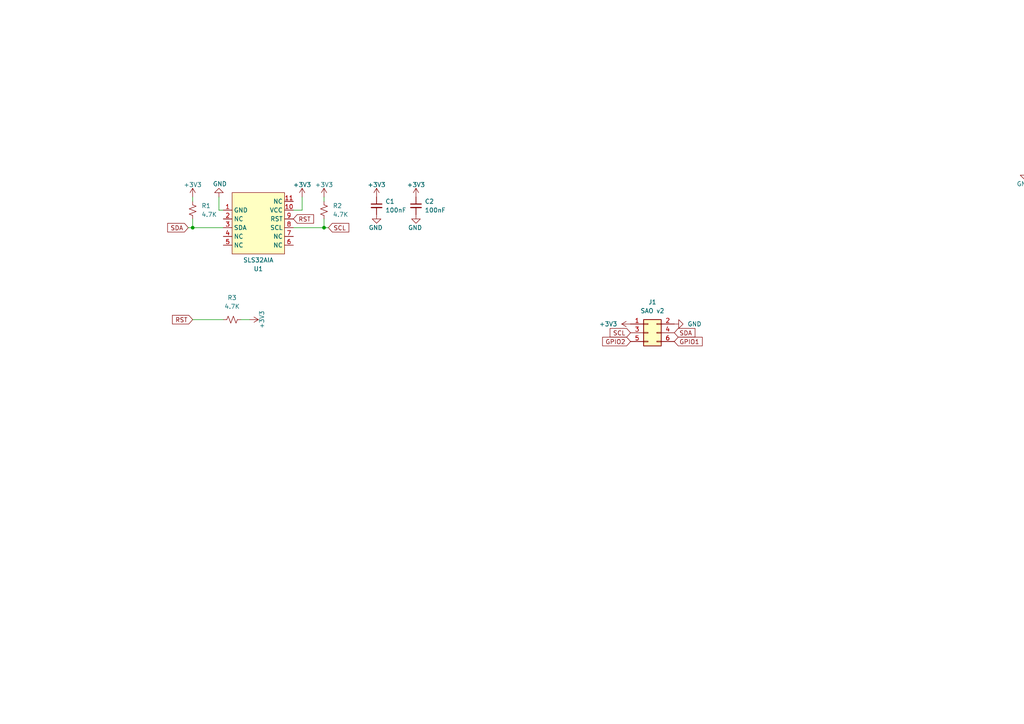
<source format=kicad_sch>
(kicad_sch (version 20250114) (generator "eeschema") (generator_version "9.0")
  (paper "A4")
  (lib_symbols
    (symbol "Connector_Generic:Conn_02x03_Odd_Even" (pin_names (offset 1.016) (hide yes))
      (property "Reference" "J" (at 1.27 5.08 0))
      (property "Value" "Conn_02x03_Odd_Even" (at 1.27 -5.08 0))
      (symbol "Conn_02x03_Odd_Even_1_1"
        (rectangle (start -1.27 3.81) (end 3.81 -3.81) (stroke (width 0.254)) (fill (type background)))
        (rectangle (start -1.27 2.667) (end 0 2.413) (stroke (width 0.1524)))
        (rectangle (start -1.27 0.127) (end 0 -0.127) (stroke (width 0.1524)))
        (rectangle (start -1.27 -2.413) (end 0 -2.667) (stroke (width 0.1524)))
        (rectangle (start 3.81 2.667) (end 2.54 2.413) (stroke (width 0.1524)))
        (rectangle (start 3.81 0.127) (end 2.54 -0.127) (stroke (width 0.1524)))
        (rectangle (start 3.81 -2.413) (end 2.54 -2.667) (stroke (width 0.1524)))
        (pin passive line (at -5.08 2.54 0) (length 3.81) (name "Pin_1") (number "1"))
        (pin passive line (at -5.08 0 0) (length 3.81) (name "Pin_3") (number "3"))
        (pin passive line (at -5.08 -2.54 0) (length 3.81) (name "Pin_5") (number "5"))
        (pin passive line (at 7.62 2.54 180) (length 3.81) (name "Pin_2") (number "2"))
        (pin passive line (at 7.62 0 180) (length 3.81) (name "Pin_4") (number "4"))
        (pin passive line (at 7.62 -2.54 180) (length 3.81) (name "Pin_6") (number "6"))
      )
    )
    (symbol "Device:C_Small" (pin_numbers (hide yes)) (pin_names (offset 0.254) (hide yes))
      (property "Reference" "C" (at 0.254 1.778 0))
      (property "Value" "C_Small" (at 0.254 -2.032 0))
      (symbol "C_Small_0_1"
        (polyline (pts (xy -1.524 0.508) (xy 1.524 0.508)) (stroke (width 0.3048)))
        (polyline (pts (xy -1.524 -0.508) (xy 1.524 -0.508)) (stroke (width 0.3302)))
      )
      (symbol "C_Small_1_1"
        (pin passive line (at 0 2.54 270) (length 2.032) (name "~") (number "1"))
        (pin passive line (at 0 -2.54 90) (length 2.032) (name "~") (number "2"))
      )
    )
    (symbol "Device:R_Small_US" (pin_numbers (hide yes)) (pin_names (offset 0.254) (hide yes))
      (property "Reference" "R" (at 0.762 0.508 0))
      (property "Value" "R_Small_US" (at 0.762 -1.016 0))
      (symbol "R_Small_US_1_1"
        (polyline (pts (xy 0 1.524) (xy 1.016 1.143) (xy 0 0.762) (xy -1.016 0.381) (xy 0 0)))
        (polyline (pts (xy 0 0) (xy 1.016 -0.381) (xy 0 -0.762) (xy -1.016 -1.143) (xy 0 -1.524)))
        (pin passive line (at 0 2.54 270) (length 1.016) (name "~") (number "1"))
        (pin passive line (at 0 -2.54 90) (length 1.016) (name "~") (number "2"))
      )
    )
    (symbol "LyndLabs:SLS32AIA"
      (property "Reference" "U1" (at -6.604 9.906 0))
      (property "Value" "SLS32AIA" (at -3.302 -10.16 0))
      (symbol "SLS32AIA_1_1"
        (rectangle (start -7.62 8.89) (end 7.62 -8.89) (fill (type background)))
        (pin free line (at -10.16 3.81 0) (length 2.54) (name "GND") (number "1"))
        (pin free line (at -10.16 1.27 0) (length 2.54) (name "NC") (number "2"))
        (pin free line (at -10.16 -1.27 0) (length 2.54) (name "SDA") (number "3"))
        (pin free line (at -10.16 -3.81 0) (length 2.54) (name "NC") (number "4"))
        (pin free line (at -10.16 -6.35 0) (length 2.54) (name "NC") (number "5"))
        (pin free line (at 10.16 6.35 180) (length 2.54) (name "NC") (number "11"))
        (pin free line (at 10.16 3.81 180) (length 2.54) (name "VCC") (number "10"))
        (pin free line (at 10.16 1.27 180) (length 2.54) (name "RST") (number "9"))
        (pin free line (at 10.16 -1.27 180) (length 2.54) (name "SCL") (number "8"))
        (pin free line (at 10.16 -3.81 180) (length 2.54) (name "NC") (number "7"))
        (pin free line (at 10.16 -6.35 180) (length 2.54) (name "NC") (number "6"))
      )
    )
    (symbol "power:+3V3" (power) (pin_names (offset 0))
      (property "Value" "+3V3" (at 0 3.556 0))
      (symbol "+3V3_0_1"
        (polyline (pts (xy -0.762 1.27) (xy 0 2.54)))
        (polyline (pts (xy 0 2.54) (xy 0.762 1.27)))
        (polyline (pts (xy 0 0) (xy 0 2.54)))
      )
      (symbol "+3V3_1_1"
        (pin power_in line (at 0 0 90) (length 0) (hide yes) (name "+3V3") (number "1"))
      )
    )
    (symbol "power:GND" (power) (pin_names (offset 0))
      (property "Value" "GND" (at 0 -3.81 0))
      (symbol "GND_0_1"
        (polyline (pts (xy 0 0) (xy 0 -1.27) (xy 1.27 -1.27) (xy 0 -2.54) (xy -1.27 -1.27) (xy 0 -1.27)))
      )
      (symbol "GND_1_1"
        (pin power_in line (at 0 0 270) (length 0) (hide yes) (name "GND") (number "1"))
      )
    )
  )
  (junction (at 93.98 66.04))
  (junction (at 55.88 66.04))
  (wire (pts (xy 55.88 63.5) (xy 55.88 66.04)))
  (wire (pts (xy 63.5 60.96) (xy 64.77 60.96)))
  (wire (pts (xy 93.98 58.42) (xy 93.98 57.15)))
  (wire (pts (xy 63.5 57.15) (xy 63.5 60.96)))
  (wire (pts (xy 55.88 66.04) (xy 64.77 66.04)))
  (wire (pts (xy 55.88 92.71) (xy 64.77 92.71)))
  (wire (pts (xy 85.09 60.96) (xy 87.63 60.96)))
  (wire (pts (xy 54.61 66.04) (xy 55.88 66.04)))
  (wire (pts (xy 93.98 66.04) (xy 85.09 66.04)))
  (wire (pts (xy 72.39 92.71) (xy 69.85 92.71)))
  (wire (pts (xy 87.63 60.96) (xy 87.63 57.15)))
  (wire (pts (xy 55.88 58.42) (xy 55.88 57.15)))
  (wire (pts (xy 95.25 66.04) (xy 93.98 66.04)))
  (wire (pts (xy 93.98 63.5) (xy 93.98 66.04)))
  (global_label "RST" (shape input) (at 55.88 92.71 180) (property "Intersheetrefs" "${INTERSHEET_REFS}" (effects (hide yes))))
  (global_label "GPIO2" (shape input) (at 182.88 99.06 180) (property "Intersheetrefs" "${INTERSHEET_REFS}" (effects (hide yes))))
  (global_label "SDA" (shape input) (at 195.58 96.52 0) (property "Intersheetrefs" "${INTERSHEET_REFS}" (effects (hide yes))))
  (global_label "RST" (shape input) (at 85.09 63.5 0) (property "Intersheetrefs" "${INTERSHEET_REFS}" (effects (hide yes))))
  (global_label "SCL" (shape input) (at 182.88 96.52 180) (property "Intersheetrefs" "${INTERSHEET_REFS}" (effects (hide yes))))
  (global_label "SDA" (shape input) (at 54.61 66.04 180) (property "Intersheetrefs" "${INTERSHEET_REFS}" (effects (hide yes))))
  (global_label "SCL" (shape input) (at 95.25 66.04 0) (property "Intersheetrefs" "${INTERSHEET_REFS}" (effects (hide yes))))
  (global_label "GPIO1" (shape input) (at 195.58 99.06 0) (property "Intersheetrefs" "${INTERSHEET_REFS}" (effects (hide yes))))
  (symbol (lib_id "power:+3V3") (at 109.22 57.15 0) (unit 1)
    (property "Reference" "#PWR07" (effects (hide yes)))
    (property "Value" "+3V3" (at 109.22 53.594 0))
    (property "Description" "Power symbol creates a global label with name \"+3V3\"" (effects (hide yes)))
  )
  (symbol (lib_id "Device:R_Small_US") (at 67.31 92.71 90) (unit 1)
    (property "Reference" "R3" (at 67.31 86.36 90))
    (property "Value" "4.7K" (at 67.31 88.9 90))
    (property "Footprint" "Resistor_SMD:R_0603_1608Metric" (effects (hide yes)))
    (property "Description" "Resistor, small US symbol" (effects (hide yes)))
  )
  (symbol (lib_id "power:GND") (at 109.22 62.23 0) (unit 1)
    (property "Reference" "#PWR08" (effects (hide yes)))
    (property "Value" "GND" (at 110.998 66.04 0) (effects (justify right)))
    (property "Description" "Power symbol creates a global label with name \"GND\" , ground" (effects (hide yes)))
  )
  (symbol (lib_id "Device:C_Small") (at 120.65 59.69 0) (unit 1)
    (property "Reference" "C2" (at 123.19 58.4262 0) (effects (justify left)))
    (property "Value" "100nF" (at 123.19 60.9662 0) (effects (justify left)))
    (property "Footprint" "Capacitor_SMD:C_0603_1608Metric" (effects (hide yes)))
    (property "Description" "Unpolarized capacitor, small symbol" (effects (hide yes)))
  )
  (symbol (lib_id "power:GND") (at 120.65 62.23 0) (unit 1)
    (property "Reference" "#PWR012" (effects (hide yes)))
    (property "Value" "GND" (at 122.428 66.04 0) (effects (justify right)))
    (property "Description" "Power symbol creates a global label with name \"GND\" , ground" (effects (hide yes)))
  )
  (symbol (lib_id "power:+3V3") (at 182.88 93.98 90) (unit 1)
    (property "Reference" "#PWR01" (effects (hide yes)))
    (property "Value" "+3V3" (at 179.07 93.9799 90) (effects (justify left)))
    (property "Description" "Power symbol creates a global label with name \"+3V3\"" (effects (hide yes)))
  )
  (symbol (lib_id "power:+3V3") (at 72.39 92.71 270) (unit 1)
    (property "Reference" "#PWR09" (effects (hide yes)))
    (property "Value" "+3V3" (at 75.946 92.71 0))
    (property "Description" "Power symbol creates a global label with name \"+3V3\"" (effects (hide yes)))
  )
  (symbol (lib_id "power:GND") (at 195.58 93.98 90) (unit 1)
    (property "Reference" "#PWR02" (effects (hide yes)))
    (property "Value" "GND" (at 199.39 93.9799 90) (effects (justify right)))
    (property "Description" "Power symbol creates a global label with name \"GND\" , ground" (effects (hide yes)))
  )
  (symbol (lib_id "power:GND") (at 63.5 57.15 180) (unit 1)
    (property "Reference" "#PWR03" (effects (hide yes)))
    (property "Value" "GND" (at 61.722 53.34 0) (effects (justify right)))
    (property "Description" "Power symbol creates a global label with name \"GND\" , ground" (effects (hide yes)))
  )
  (symbol (lib_id "Device:R_Small_US") (at 55.88 60.96 0) (unit 1)
    (property "Reference" "R1" (at 58.42 59.6899 0) (effects (justify left)))
    (property "Value" "4.7K" (at 58.42 62.2299 0) (effects (justify left)))
    (property "Footprint" "Resistor_SMD:R_0603_1608Metric" (effects (hide yes)))
    (property "Description" "Resistor, small US symbol" (effects (hide yes)))
  )
  (symbol (lib_id "LyndLabs:SLS32AIA") (at 74.93 64.77 0) (unit 1)
    (property "Reference" "U1" (at 74.93 77.978 0))
    (property "Value" "SLS32AIA" (at 74.93 75.438 0))
    (property "Footprint" "0_ungrouped:USON-10-1EP_3x3mm_P0.5mm_EP1.5x2.3mm" (effects (hide yes)))
    (property "Datasheet" "https://www.infineon.com/cms/cn/product/security-smart-card-solutions/optiga-embedded-security-solutions/optiga-trust/optiga-trust-m-sls32aia/" (effects (hide yes)))
    (property "Description" "OPTIGA TRUST M" (effects (hide yes)))
  )
  (symbol (lib_id "power:+3V3") (at 55.88 57.15 0) (unit 1)
    (property "Reference" "#PWR04" (effects (hide yes)))
    (property "Value" "+3V3" (at 55.88 53.594 0))
    (property "Description" "Power symbol creates a global label with name \"+3V3\"" (effects (hide yes)))
  )
  (symbol (lib_id "power:GND") (at 297.18 49.53 0) (unit 1)
    (property "Reference" "#PWR011" (effects (hide yes)))
    (property "Value" "GND" (at 298.958 53.34 0) (effects (justify right)))
    (property "Description" "Power symbol creates a global label with name \"GND\" , ground" (effects (hide yes)))
  )
  (symbol (lib_id "Device:C_Small") (at 109.22 59.69 0) (unit 1)
    (property "Reference" "C1" (at 111.76 58.4262 0) (effects (justify left)))
    (property "Value" "100nF" (at 111.76 60.9662 0) (effects (justify left)))
    (property "Footprint" "Capacitor_SMD:C_0603_1608Metric" (effects (hide yes)))
    (property "Description" "Unpolarized capacitor, small symbol" (effects (hide yes)))
  )
  (symbol (lib_id "Connector_Generic:Conn_02x03_Odd_Even") (at 187.96 96.52 0) (unit 1)
    (property "Reference" "J1" (at 189.23 87.63 0))
    (property "Value" "SAO v2" (at 189.23 90.17 0))
    (property "Footprint" "Connector_PinSocket_2.54mm:PinSocket_2x03_P2.54mm_Vertical_SMD" (effects (hide yes)))
    (property "Description" "Generic connector, double row, 02x03, odd/even pin numbering scheme (row 1 odd numbers, row 2 even numbers), script generated (kicad-library-utils/schlib/autogen/connector/)" (effects (hide yes)))
  )
  (symbol (lib_id "power:+3V3") (at 120.65 57.15 0) (unit 1)
    (property "Reference" "#PWR010" (effects (hide yes)))
    (property "Value" "+3V3" (at 120.65 53.594 0))
    (property "Description" "Power symbol creates a global label with name \"+3V3\"" (effects (hide yes)))
  )
  (symbol (lib_id "Device:R_Small_US") (at 93.98 60.96 0) (unit 1)
    (property "Reference" "R2" (at 96.52 59.6899 0) (effects (justify left)))
    (property "Value" "4.7K" (at 96.52 62.2299 0) (effects (justify left)))
    (property "Footprint" "Resistor_SMD:R_0603_1608Metric" (effects (hide yes)))
    (property "Description" "Resistor, small US symbol" (effects (hide yes)))
  )
  (symbol (lib_id "power:+3V3") (at 87.63 57.15 0) (unit 1)
    (property "Reference" "#PWR05" (effects (hide yes)))
    (property "Value" "+3V3" (at 87.63 53.594 0))
    (property "Description" "Power symbol creates a global label with name \"+3V3\"" (effects (hide yes)))
  )
  (symbol (lib_id "power:+3V3") (at 93.98 57.15 0) (unit 1)
    (property "Reference" "#PWR06" (effects (hide yes)))
    (property "Value" "+3V3" (at 93.98 53.594 0))
    (property "Description" "Power symbol creates a global label with name \"+3V3\"" (effects (hide yes)))
  )
)
</source>
